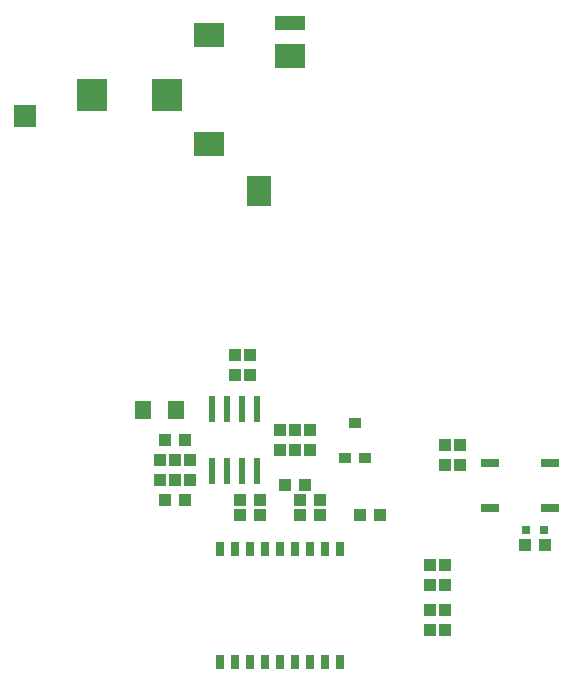
<source format=gbr>
G04 EAGLE Gerber RS-274X export*
G75*
%MOMM*%
%FSLAX34Y34*%
%LPD*%
%INSolderpaste Top*%
%IPPOS*%
%AMOC8*
5,1,8,0,0,1.08239X$1,22.5*%
G01*
%ADD10R,0.762000X1.143000*%
%ADD11R,1.100000X1.000000*%
%ADD12R,1.879600X1.930400*%
%ADD13R,1.000000X1.100000*%
%ADD14R,0.609600X2.209800*%
%ADD15R,1.000000X0.900000*%
%ADD16R,1.100000X0.900000*%
%ADD17R,1.524000X0.762000*%
%ADD18R,0.800000X0.800000*%
%ADD19R,2.550000X2.700000*%
%ADD20R,1.400000X1.600000*%
%ADD21R,2.500000X2.000000*%
%ADD22R,2.000000X2.500000*%
%ADD23R,2.500000X1.200000*%


D10*
X241300Y41021D03*
X254000Y41021D03*
X266700Y41021D03*
X279400Y41021D03*
X292100Y41021D03*
X304800Y41021D03*
X317500Y41021D03*
X330200Y41021D03*
X342900Y41021D03*
X342900Y136779D03*
X330200Y136779D03*
X317500Y136779D03*
X304800Y136779D03*
X292100Y136779D03*
X279400Y136779D03*
X266700Y136779D03*
X254000Y136779D03*
X241300Y136779D03*
D11*
X376800Y165100D03*
X359800Y165100D03*
D12*
X76200Y503174D03*
D13*
X203200Y211700D03*
X203200Y194700D03*
X190500Y194700D03*
X190500Y211700D03*
D11*
X275200Y177800D03*
X258200Y177800D03*
D13*
X266700Y300600D03*
X266700Y283600D03*
X444500Y207400D03*
X444500Y224400D03*
X304800Y220100D03*
X304800Y237100D03*
X215900Y211700D03*
X215900Y194700D03*
D11*
X211700Y228600D03*
X194700Y228600D03*
D13*
X254000Y283600D03*
X254000Y300600D03*
D11*
X211700Y177800D03*
X194700Y177800D03*
D13*
X431800Y207400D03*
X431800Y224400D03*
D14*
X234950Y202438D03*
X247650Y202438D03*
X260350Y202438D03*
X273050Y202438D03*
X273050Y254762D03*
X260350Y254762D03*
X247650Y254762D03*
X234950Y254762D03*
D15*
X347100Y214100D03*
X364100Y214100D03*
D16*
X355600Y243100D03*
D11*
X275200Y165100D03*
X258200Y165100D03*
D13*
X317500Y220100D03*
X317500Y237100D03*
X419100Y67700D03*
X419100Y84700D03*
X419100Y105800D03*
X419100Y122800D03*
X431800Y67700D03*
X431800Y84700D03*
X431800Y105800D03*
X431800Y122800D03*
D17*
X469900Y209550D03*
X520700Y209550D03*
X469900Y171450D03*
X520700Y171450D03*
D18*
X515500Y152400D03*
X500500Y152400D03*
D11*
X516500Y139700D03*
X499500Y139700D03*
X326000Y165100D03*
X309000Y165100D03*
D19*
X196800Y520700D03*
X133400Y520700D03*
D13*
X292100Y237100D03*
X292100Y220100D03*
D11*
X296300Y190500D03*
X313300Y190500D03*
D20*
X176500Y254000D03*
X204500Y254000D03*
D11*
X309000Y177800D03*
X326000Y177800D03*
D21*
X232200Y571900D03*
X232200Y479900D03*
X301200Y553900D03*
D22*
X274200Y439400D03*
D23*
X301200Y581900D03*
M02*

</source>
